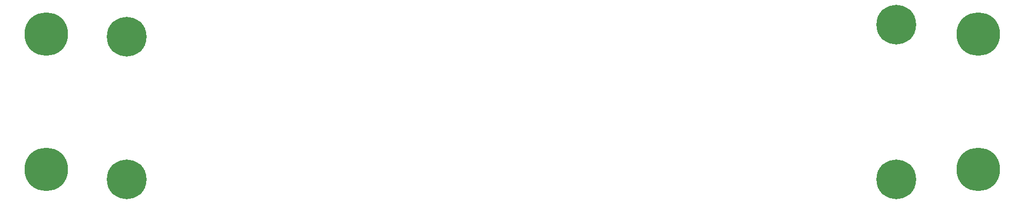
<source format=gbr>
%TF.GenerationSoftware,KiCad,Pcbnew,8.0.4+dfsg-1*%
%TF.CreationDate,2025-03-31T21:25:21+02:00*%
%TF.ProjectId,nixie-bottom,6e697869-652d-4626-9f74-746f6d2e6b69,rev?*%
%TF.SameCoordinates,Original*%
%TF.FileFunction,Copper,L1,Top*%
%TF.FilePolarity,Positive*%
%FSLAX46Y46*%
G04 Gerber Fmt 4.6, Leading zero omitted, Abs format (unit mm)*
G04 Created by KiCad (PCBNEW 8.0.4+dfsg-1) date 2025-03-31 21:25:21*
%MOMM*%
%LPD*%
G01*
G04 APERTURE LIST*
%TA.AperFunction,ComponentPad*%
%ADD10C,6.400000*%
%TD*%
%TA.AperFunction,ComponentPad*%
%ADD11C,7.000000*%
%TD*%
G04 APERTURE END LIST*
D10*
%TO.P,H4,1*%
%TO.N,N/C*%
X211364000Y-102946000D03*
%TD*%
D11*
%TO.P,H7,1*%
%TO.N,N/C*%
X74422000Y-79502000D03*
%TD*%
D10*
%TO.P,H3,1*%
%TO.N,N/C*%
X211364000Y-77946000D03*
%TD*%
D11*
%TO.P,H6,1*%
%TO.N,N/C*%
X224536000Y-101346000D03*
%TD*%
D10*
%TO.P,H1,1*%
%TO.N,N/C*%
X87364000Y-79946000D03*
%TD*%
D11*
%TO.P,H5,1*%
%TO.N,N/C*%
X224536000Y-79502000D03*
%TD*%
%TO.P,H8,1*%
%TO.N,N/C*%
X74422000Y-101346000D03*
%TD*%
D10*
%TO.P,H2,1*%
%TO.N,N/C*%
X87364000Y-102946000D03*
%TD*%
M02*

</source>
